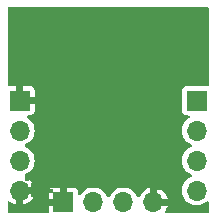
<source format=gbr>
%TF.GenerationSoftware,KiCad,Pcbnew,8.0.0*%
%TF.CreationDate,2024-08-25T13:37:12+02:00*%
%TF.ProjectId,Detector_PTFE_FR4_4_warstwy,44657465-6374-46f7-925f-505446455f46,rev?*%
%TF.SameCoordinates,Original*%
%TF.FileFunction,Copper,L2,Inr*%
%TF.FilePolarity,Positive*%
%FSLAX46Y46*%
G04 Gerber Fmt 4.6, Leading zero omitted, Abs format (unit mm)*
G04 Created by KiCad (PCBNEW 8.0.0) date 2024-08-25 13:37:12*
%MOMM*%
%LPD*%
G01*
G04 APERTURE LIST*
%TA.AperFunction,CastellatedPad*%
%ADD10R,1.700000X1.700000*%
%TD*%
%TA.AperFunction,CastellatedPad*%
%ADD11O,1.700000X1.700000*%
%TD*%
%TA.AperFunction,ViaPad*%
%ADD12C,0.400000*%
%TD*%
G04 APERTURE END LIST*
D10*
%TO.N,GNDA*%
%TO.C,REF\u002A\u002A*%
X67183000Y-42775939D03*
D11*
%TO.N,ADC1_IN0_DET1*%
X69723000Y-42775939D03*
X72263000Y-42775939D03*
%TO.N,GNDA*%
X74803000Y-42775939D03*
%TD*%
D10*
%TO.N,GNDA*%
%TO.C,REF\u002A\u002A*%
X63500000Y-34163000D03*
D11*
%TO.N,Net-(C3-Pad2)*%
X63500000Y-36703000D03*
%TO.N,+5V*%
X63500000Y-39243000D03*
%TO.N,GNDA*%
X63500000Y-41783000D03*
%TD*%
D10*
%TO.N,ADC3_IN3_TEMP*%
%TO.C,REF\u002A\u002A*%
X78486000Y-34163000D03*
D11*
%TO.N,T_ADJ_1*%
X78486000Y-36703000D03*
%TO.N,+5V*%
X78486000Y-39243000D03*
X78486000Y-41783000D03*
%TD*%
D12*
%TO.N,GNDA*%
X69215000Y-29083000D03*
X66167000Y-41783000D03*
X63119000Y-31115000D03*
X76835000Y-31115000D03*
X73279000Y-30607000D03*
X64643000Y-27559000D03*
X74295000Y-32639000D03*
X79121000Y-30099000D03*
X68199000Y-28067000D03*
X78486000Y-31623000D03*
X65659000Y-27559000D03*
X64643000Y-26543000D03*
X73787000Y-28067000D03*
X64135000Y-30099000D03*
X73787000Y-29083000D03*
X64643000Y-42164000D03*
X78486000Y-29591000D03*
X72136000Y-39497000D03*
X65659000Y-26543000D03*
X65659000Y-42164000D03*
X68707000Y-31623000D03*
X64643000Y-29591000D03*
X76835000Y-29083000D03*
X79121000Y-27051000D03*
X76835000Y-28067000D03*
X72771000Y-31115000D03*
X78486000Y-27559000D03*
X63119000Y-27051000D03*
X64135000Y-40767000D03*
X65659000Y-40259000D03*
X63627000Y-26543000D03*
X77343000Y-31623000D03*
X77851000Y-28067000D03*
X78486000Y-30607000D03*
X77851000Y-29083000D03*
X64643000Y-31623000D03*
X65151000Y-40767000D03*
X76835000Y-30099000D03*
X68199000Y-31242000D03*
X63627000Y-32639000D03*
X63754000Y-43180000D03*
X76835000Y-32131000D03*
X73787000Y-33147000D03*
X67691000Y-29591000D03*
X66675000Y-31623000D03*
X73279000Y-31623000D03*
X65151000Y-31115000D03*
X63627000Y-27559000D03*
X74295000Y-26543000D03*
X68453000Y-36703000D03*
X67691000Y-32639000D03*
X75311000Y-32639000D03*
X79121000Y-32131000D03*
X65659000Y-29591000D03*
X77343000Y-29591000D03*
X67691000Y-31623000D03*
X68707000Y-29591000D03*
X63119000Y-29083000D03*
X75311000Y-41529000D03*
X76327000Y-27559000D03*
X72771000Y-30099000D03*
X66167000Y-40767000D03*
X67691000Y-26543000D03*
X74295000Y-30607000D03*
X65659000Y-30607000D03*
X79121000Y-31115000D03*
X65659000Y-41275000D03*
X68707000Y-27559000D03*
X65151000Y-28067000D03*
X65151000Y-42672000D03*
X64643000Y-32639000D03*
X72771000Y-28067000D03*
X66675000Y-41275000D03*
X74295000Y-27559000D03*
X64643000Y-41275000D03*
X74295000Y-31623000D03*
X65151000Y-30099000D03*
X64135000Y-29083000D03*
X63627000Y-31623000D03*
X64643000Y-28575000D03*
X65151000Y-41656000D03*
X65151000Y-29083000D03*
X72771000Y-29083000D03*
X68199000Y-32131000D03*
X73787000Y-27051000D03*
X78486000Y-32639000D03*
X69215000Y-30099000D03*
X74295000Y-28575000D03*
X64135000Y-32131000D03*
X74803000Y-33147000D03*
X76327000Y-30607000D03*
X77851000Y-31115000D03*
X76327000Y-32639000D03*
X74295000Y-29591000D03*
X75311000Y-31623000D03*
X77343000Y-30607000D03*
X65151000Y-32131000D03*
X69215000Y-28067000D03*
X72771000Y-27051000D03*
X65659000Y-28575000D03*
X79121000Y-28067000D03*
X77851000Y-32131000D03*
X76835000Y-27051000D03*
X79121000Y-29083000D03*
X68199000Y-30099000D03*
X68707000Y-26543000D03*
X63119000Y-28067000D03*
X72771000Y-33274000D03*
X78486000Y-28575000D03*
X64643000Y-40259000D03*
X72771000Y-32131000D03*
X74803000Y-32131000D03*
X77851000Y-30099000D03*
X75819000Y-33147000D03*
X73279000Y-27559000D03*
X73787000Y-32131000D03*
X64135000Y-28067000D03*
X68707000Y-28575000D03*
X63119000Y-30099000D03*
X73279000Y-26543000D03*
X77851000Y-27051000D03*
X76327000Y-28575000D03*
X68707000Y-32639000D03*
X65659000Y-31623000D03*
X77343000Y-27559000D03*
X64135000Y-31115000D03*
X63627000Y-28575000D03*
X65659000Y-43180000D03*
X65151000Y-27051000D03*
X73279000Y-32639000D03*
X68199000Y-29083000D03*
X63119000Y-32131000D03*
X73787000Y-30099000D03*
X73279000Y-29591000D03*
X76327000Y-29591000D03*
X68199000Y-27051000D03*
X63627000Y-30607000D03*
X76327000Y-31623000D03*
X73787000Y-31115000D03*
X62865000Y-43180000D03*
X76327000Y-26543000D03*
X73279000Y-28575000D03*
X67691000Y-27559000D03*
X64643000Y-43180000D03*
X64135000Y-27051000D03*
X77343000Y-32639000D03*
X64643000Y-30607000D03*
X69215000Y-27051000D03*
X67691000Y-28575000D03*
X75819000Y-32131000D03*
X77343000Y-28575000D03*
X77343000Y-26543000D03*
X67437000Y-41275000D03*
X78486000Y-26543000D03*
X63627000Y-29591000D03*
%TD*%
%TA.AperFunction,Conductor*%
%TO.N,GNDA*%
G36*
X79471539Y-26282185D02*
G01*
X79517294Y-26334989D01*
X79528500Y-26386500D01*
X79528500Y-32792811D01*
X79508815Y-32859850D01*
X79456011Y-32905605D01*
X79386853Y-32915549D01*
X79385102Y-32915284D01*
X79367524Y-32912500D01*
X77604482Y-32912500D01*
X77523519Y-32925323D01*
X77510696Y-32927354D01*
X77397658Y-32984950D01*
X77397657Y-32984951D01*
X77397652Y-32984954D01*
X77307954Y-33074652D01*
X77307951Y-33074657D01*
X77307950Y-33074658D01*
X77288751Y-33112337D01*
X77250352Y-33187698D01*
X77235500Y-33281475D01*
X77235500Y-35044517D01*
X77246292Y-35112657D01*
X77250354Y-35138304D01*
X77307950Y-35251342D01*
X77307952Y-35251344D01*
X77307954Y-35251347D01*
X77397652Y-35341045D01*
X77397654Y-35341046D01*
X77397658Y-35341050D01*
X77509746Y-35398162D01*
X77510698Y-35398647D01*
X77604475Y-35413499D01*
X77604481Y-35413500D01*
X77754140Y-35413499D01*
X77821177Y-35433183D01*
X77866932Y-35485987D01*
X77876876Y-35555145D01*
X77847851Y-35618701D01*
X77825262Y-35639074D01*
X77679118Y-35741405D01*
X77524402Y-35896121D01*
X77398900Y-36075357D01*
X77398898Y-36075361D01*
X77306426Y-36273668D01*
X77306422Y-36273677D01*
X77249793Y-36485020D01*
X77249793Y-36485024D01*
X77230723Y-36702997D01*
X77230723Y-36703002D01*
X77249793Y-36920975D01*
X77249793Y-36920979D01*
X77306422Y-37132322D01*
X77306424Y-37132326D01*
X77306425Y-37132330D01*
X77352661Y-37231484D01*
X77398897Y-37330638D01*
X77398898Y-37330639D01*
X77524402Y-37509877D01*
X77679123Y-37664598D01*
X77858360Y-37790101D01*
X77858361Y-37790102D01*
X78009583Y-37860618D01*
X78062022Y-37906790D01*
X78081174Y-37973984D01*
X78060958Y-38040865D01*
X78009583Y-38085382D01*
X77858361Y-38155898D01*
X77858357Y-38155900D01*
X77679121Y-38281402D01*
X77524402Y-38436121D01*
X77398900Y-38615357D01*
X77398898Y-38615361D01*
X77306426Y-38813668D01*
X77306422Y-38813677D01*
X77249793Y-39025020D01*
X77249793Y-39025024D01*
X77230723Y-39242997D01*
X77230723Y-39243002D01*
X77249793Y-39460975D01*
X77249793Y-39460979D01*
X77306422Y-39672322D01*
X77306424Y-39672326D01*
X77306425Y-39672330D01*
X77352661Y-39771484D01*
X77398897Y-39870638D01*
X77398898Y-39870639D01*
X77524402Y-40049877D01*
X77679123Y-40204598D01*
X77858360Y-40330101D01*
X77858361Y-40330102D01*
X78009583Y-40400618D01*
X78062022Y-40446790D01*
X78081174Y-40513984D01*
X78060958Y-40580865D01*
X78009583Y-40625382D01*
X77858361Y-40695898D01*
X77858357Y-40695900D01*
X77679121Y-40821402D01*
X77524402Y-40976121D01*
X77398900Y-41155357D01*
X77398898Y-41155361D01*
X77306426Y-41353668D01*
X77306422Y-41353677D01*
X77249793Y-41565020D01*
X77249793Y-41565024D01*
X77230723Y-41782997D01*
X77230723Y-41783002D01*
X77233499Y-41814727D01*
X77247029Y-41969389D01*
X77249793Y-42000975D01*
X77249793Y-42000979D01*
X77306422Y-42212322D01*
X77306424Y-42212326D01*
X77306425Y-42212330D01*
X77339379Y-42283000D01*
X77398897Y-42410638D01*
X77398898Y-42410639D01*
X77524402Y-42589877D01*
X77679123Y-42744598D01*
X77858361Y-42870102D01*
X78056670Y-42962575D01*
X78056676Y-42962576D01*
X78056677Y-42962577D01*
X78087364Y-42970799D01*
X78268023Y-43019207D01*
X78450926Y-43035208D01*
X78485998Y-43038277D01*
X78486000Y-43038277D01*
X78486002Y-43038277D01*
X78514254Y-43035805D01*
X78703977Y-43019207D01*
X78915330Y-42962575D01*
X79113639Y-42870102D01*
X79292877Y-42744598D01*
X79316819Y-42720656D01*
X79378142Y-42687171D01*
X79447834Y-42692155D01*
X79503767Y-42734027D01*
X79528184Y-42799491D01*
X79528500Y-42808337D01*
X79528500Y-43590500D01*
X79508815Y-43657539D01*
X79456011Y-43703294D01*
X79404500Y-43714500D01*
X75909983Y-43714500D01*
X75842944Y-43694815D01*
X75797189Y-43642011D01*
X75787245Y-43572853D01*
X75808408Y-43519376D01*
X75889666Y-43403326D01*
X75982101Y-43205098D01*
X75982104Y-43205092D01*
X76016711Y-43075939D01*
X75207144Y-43075939D01*
X75268925Y-42968932D01*
X75303000Y-42841765D01*
X75303000Y-42710113D01*
X75268925Y-42582946D01*
X75207144Y-42475939D01*
X76016711Y-42475939D01*
X76016710Y-42475938D01*
X75982104Y-42346785D01*
X75982101Y-42346779D01*
X75889666Y-42148551D01*
X75889664Y-42148547D01*
X75764216Y-41969389D01*
X75764211Y-41969383D01*
X75609554Y-41814726D01*
X75430387Y-41689272D01*
X75232159Y-41596837D01*
X75232153Y-41596834D01*
X75103000Y-41562228D01*
X75103000Y-42371794D01*
X74995993Y-42310014D01*
X74868826Y-42275939D01*
X74737174Y-42275939D01*
X74610007Y-42310014D01*
X74503000Y-42371794D01*
X74503000Y-41562228D01*
X74502999Y-41562228D01*
X74373846Y-41596834D01*
X74373840Y-41596837D01*
X74175612Y-41689272D01*
X74175608Y-41689274D01*
X73996450Y-41814722D01*
X73996444Y-41814727D01*
X73841788Y-41969383D01*
X73841783Y-41969389D01*
X73716335Y-42148547D01*
X73716333Y-42148551D01*
X73645658Y-42300114D01*
X73599485Y-42352553D01*
X73532292Y-42371705D01*
X73465411Y-42351489D01*
X73420894Y-42300114D01*
X73379959Y-42212330D01*
X73350102Y-42148301D01*
X73350100Y-42148298D01*
X73350099Y-42148296D01*
X73224599Y-41969063D01*
X73149988Y-41894452D01*
X73069877Y-41814341D01*
X72931108Y-41717174D01*
X72890638Y-41688836D01*
X72791484Y-41642600D01*
X72692330Y-41596364D01*
X72692326Y-41596363D01*
X72692322Y-41596361D01*
X72480977Y-41539732D01*
X72263002Y-41520662D01*
X72262998Y-41520662D01*
X72117682Y-41533375D01*
X72045023Y-41539732D01*
X72045020Y-41539732D01*
X71833677Y-41596361D01*
X71833670Y-41596363D01*
X71833670Y-41596364D01*
X71829514Y-41598302D01*
X71635361Y-41688837D01*
X71635357Y-41688839D01*
X71456121Y-41814341D01*
X71301402Y-41969060D01*
X71175900Y-42148296D01*
X71175898Y-42148300D01*
X71105382Y-42299522D01*
X71059209Y-42351961D01*
X70992016Y-42371113D01*
X70925135Y-42350897D01*
X70880618Y-42299522D01*
X70839959Y-42212330D01*
X70810102Y-42148301D01*
X70810100Y-42148298D01*
X70810099Y-42148296D01*
X70684599Y-41969063D01*
X70609988Y-41894452D01*
X70529877Y-41814341D01*
X70391108Y-41717174D01*
X70350638Y-41688836D01*
X70251484Y-41642600D01*
X70152330Y-41596364D01*
X70152326Y-41596363D01*
X70152322Y-41596361D01*
X69940977Y-41539732D01*
X69723002Y-41520662D01*
X69722998Y-41520662D01*
X69577682Y-41533375D01*
X69505023Y-41539732D01*
X69505020Y-41539732D01*
X69293677Y-41596361D01*
X69293670Y-41596363D01*
X69293670Y-41596364D01*
X69289514Y-41598302D01*
X69095361Y-41688837D01*
X69095357Y-41688839D01*
X68916121Y-41814341D01*
X68761402Y-41969060D01*
X68658574Y-42115915D01*
X68603997Y-42159540D01*
X68534499Y-42166733D01*
X68472144Y-42135211D01*
X68436730Y-42074981D01*
X68432999Y-42044792D01*
X68432999Y-41894459D01*
X68418164Y-41800789D01*
X68418162Y-41800783D01*
X68360643Y-41687897D01*
X68360636Y-41687888D01*
X68271050Y-41598302D01*
X68271046Y-41598299D01*
X68158144Y-41540772D01*
X68064486Y-41525939D01*
X67483000Y-41525939D01*
X67483000Y-42371794D01*
X67375993Y-42310014D01*
X67248826Y-42275939D01*
X67117174Y-42275939D01*
X66990007Y-42310014D01*
X66883000Y-42371794D01*
X66883000Y-41525939D01*
X66301520Y-41525939D01*
X66207850Y-41540774D01*
X66207844Y-41540776D01*
X66094958Y-41598295D01*
X66094949Y-41598302D01*
X66005363Y-41687888D01*
X66005360Y-41687892D01*
X65947833Y-41800794D01*
X65933000Y-41894452D01*
X65933000Y-42475939D01*
X66778856Y-42475939D01*
X66717075Y-42582946D01*
X66683000Y-42710113D01*
X66683000Y-42841765D01*
X66717075Y-42968932D01*
X66778856Y-43075939D01*
X65933001Y-43075939D01*
X65933001Y-43590500D01*
X65913316Y-43657539D01*
X65860512Y-43703294D01*
X65809001Y-43714500D01*
X62581500Y-43714500D01*
X62514461Y-43694815D01*
X62468706Y-43642011D01*
X62457500Y-43590500D01*
X62457500Y-42807629D01*
X62477185Y-42740590D01*
X62529989Y-42694835D01*
X62599147Y-42684891D01*
X62662703Y-42713916D01*
X62669181Y-42719948D01*
X62693445Y-42744212D01*
X62872612Y-42869666D01*
X63070840Y-42962101D01*
X63070851Y-42962106D01*
X63199999Y-42996710D01*
X63200000Y-42996709D01*
X63200000Y-42187144D01*
X63307007Y-42248925D01*
X63434174Y-42283000D01*
X63565826Y-42283000D01*
X63692993Y-42248925D01*
X63800000Y-42187144D01*
X63800000Y-42996710D01*
X63929148Y-42962106D01*
X63929159Y-42962101D01*
X64127387Y-42869666D01*
X64306554Y-42744212D01*
X64461212Y-42589554D01*
X64586666Y-42410387D01*
X64679101Y-42212159D01*
X64679104Y-42212153D01*
X64713711Y-42083000D01*
X63904144Y-42083000D01*
X63965925Y-41975993D01*
X64000000Y-41848826D01*
X64000000Y-41717174D01*
X63965925Y-41590007D01*
X63904144Y-41483000D01*
X64713711Y-41483000D01*
X64713710Y-41482999D01*
X64679104Y-41353846D01*
X64679101Y-41353840D01*
X64586666Y-41155612D01*
X64586664Y-41155608D01*
X64461216Y-40976450D01*
X64461211Y-40976444D01*
X64306554Y-40821787D01*
X64127387Y-40696333D01*
X63975824Y-40625658D01*
X63923385Y-40579486D01*
X63904233Y-40512292D01*
X63924449Y-40445411D01*
X63975822Y-40400895D01*
X64127639Y-40330102D01*
X64306877Y-40204598D01*
X64461598Y-40049877D01*
X64587102Y-39870639D01*
X64679575Y-39672330D01*
X64736207Y-39460977D01*
X64755277Y-39243000D01*
X64736207Y-39025023D01*
X64679575Y-38813670D01*
X64587102Y-38615362D01*
X64587100Y-38615359D01*
X64587099Y-38615357D01*
X64461599Y-38436124D01*
X64461596Y-38436121D01*
X64306877Y-38281402D01*
X64127639Y-38155898D01*
X63976414Y-38085381D01*
X63923977Y-38039210D01*
X63904825Y-37972016D01*
X63925041Y-37905135D01*
X63976414Y-37860618D01*
X64127639Y-37790102D01*
X64306877Y-37664598D01*
X64461598Y-37509877D01*
X64587102Y-37330639D01*
X64679575Y-37132330D01*
X64736207Y-36920977D01*
X64755277Y-36703000D01*
X64736207Y-36485023D01*
X64679575Y-36273670D01*
X64587102Y-36075362D01*
X64587100Y-36075359D01*
X64587099Y-36075357D01*
X64461599Y-35896124D01*
X64461596Y-35896121D01*
X64306877Y-35741402D01*
X64160019Y-35638571D01*
X64116398Y-35583997D01*
X64109205Y-35514498D01*
X64140727Y-35452144D01*
X64200957Y-35416730D01*
X64231146Y-35412999D01*
X64381479Y-35412999D01*
X64475149Y-35398164D01*
X64475155Y-35398162D01*
X64588041Y-35340643D01*
X64588050Y-35340636D01*
X64677636Y-35251050D01*
X64677639Y-35251046D01*
X64735166Y-35138144D01*
X64750000Y-35044486D01*
X64750000Y-34463000D01*
X63904144Y-34463000D01*
X63965925Y-34355993D01*
X64000000Y-34228826D01*
X64000000Y-34097174D01*
X63965925Y-33970007D01*
X63904144Y-33863000D01*
X64749999Y-33863000D01*
X64749999Y-33281520D01*
X64735164Y-33187850D01*
X64735162Y-33187844D01*
X64677643Y-33074958D01*
X64677636Y-33074949D01*
X64588050Y-32985363D01*
X64588046Y-32985360D01*
X64475144Y-32927833D01*
X64381486Y-32913000D01*
X63800000Y-32913000D01*
X63800000Y-33758855D01*
X63692993Y-33697075D01*
X63565826Y-33663000D01*
X63434174Y-33663000D01*
X63307007Y-33697075D01*
X63200000Y-33758855D01*
X63200000Y-32913000D01*
X62618519Y-32913000D01*
X62600895Y-32915792D01*
X62531602Y-32906835D01*
X62478151Y-32861838D01*
X62457513Y-32795086D01*
X62457500Y-32793318D01*
X62457500Y-26386500D01*
X62477185Y-26319461D01*
X62529989Y-26273706D01*
X62581500Y-26262500D01*
X79404500Y-26262500D01*
X79471539Y-26282185D01*
G37*
%TD.AperFunction*%
%TD*%
M02*

</source>
